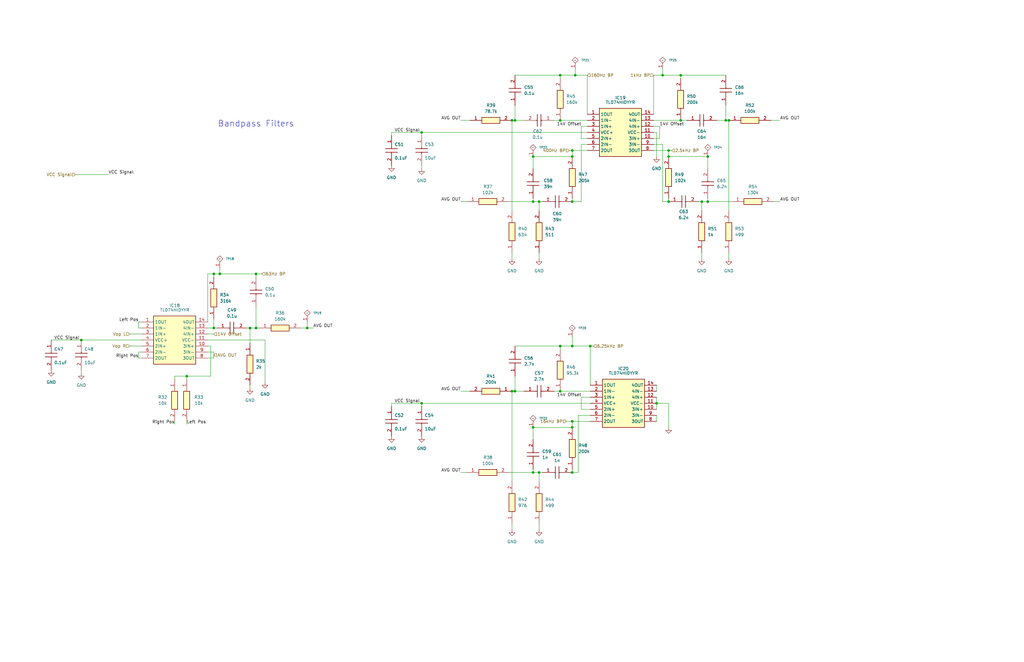
<source format=kicad_sch>
(kicad_sch (version 20231120) (generator "eeschema") (generator_version "8.0")
  (paper "B")
  (title_block (title "Audio System") (date "2025-02-06") (rev "P1") (company "Wolfe Engineering"))
  (junction (at 236.22 165.1))
  (junction (at 215.9 165.1))
  (junction (at 281.94 66.04))
  (junction (at 276.86 170.18))
  (junction (at 224.79 180.34))
  (junction (at 295.91 85.09))
  (junction (at 281.94 85.09))
  (junction (at 241.3 63.5))
  (junction (at 287.02 31.75))
  (junction (at 224.79 199.39))
  (junction (at 298.45 66.04))
  (junction (at 227.33 85.09))
  (junction (at 279.4 31.75))
  (junction (at 241.3 146.05))
  (junction (at 281.94 63.5))
  (junction (at 236.22 31.75))
  (junction (at 215.9 50.8))
  (junction (at 105.41 138.43))
  (junction (at 306.07 50.8))
  (junction (at 90.17 115.57))
  (junction (at 224.79 66.04))
  (junction (at 298.45 85.09))
  (junction (at 242.57 31.75))
  (junction (at 241.3 177.8))
  (junction (at 236.22 50.8))
  (junction (at 287.02 50.8))
  (junction (at 236.22 146.05))
  (junction (at 90.17 138.43))
  (junction (at 129.54 138.43))
  (junction (at 217.17 165.1))
  (junction (at 34.29 143.51))
  (junction (at 241.3 199.39))
  (junction (at 241.3 85.09))
  (junction (at 241.3 180.34))
  (junction (at 177.8 170.18))
  (junction (at 248.92 146.05))
  (junction (at 177.8 55.88))
  (junction (at 241.3 66.04))
  (junction (at 107.95 138.43))
  (junction (at 217.17 50.8))
  (junction (at 107.95 115.57))
  (junction (at 227.33 199.39))
  (junction (at 92.71 115.57))
  (junction (at 224.79 85.09))
  (junction (at 78.74 158.75))
  (junction (at 307.34 50.8))
  (wire (pts (xy 275.59 48.26) (xy 275.59 31.75)))
  (wire (pts (xy 129.54 138.43) (xy 132.08 138.43)))
  (wire (pts (xy 241.3 198.12) (xy 241.3 199.39)))
  (wire (pts (xy 73.66 160.02) (xy 73.66 158.75)))
  (wire (pts (xy 87.63 143.51) (xy 111.76 143.51)))
  (wire (pts (xy 328.93 50.8) (xy 325.12 50.8)))
  (wire (pts (xy 78.74 158.75) (xy 88.9 158.75)))
  (wire (pts (xy 233.68 165.1) (xy 236.22 165.1)))
  (wire (pts (xy 236.22 31.75) (xy 242.57 31.75)))
  (wire (pts (xy 78.74 177.8) (xy 78.74 179.07)))
  (wire (pts (xy 177.8 69.85) (xy 177.8 71.12)))
  (wire (pts (xy 58.42 135.89) (xy 59.69 135.89)))
  (wire (pts (xy 275.59 63.5) (xy 281.94 63.5)))
  (wire (pts (xy 278.13 58.42) (xy 278.13 53.34)))
  (wire (pts (xy 105.41 138.43) (xy 107.95 138.43)))
  (wire (pts (xy 275.59 58.42) (xy 278.13 58.42)))
  (wire (pts (xy 241.3 63.5) (xy 241.3 66.04)))
  (wire (pts (xy 217.17 146.05) (xy 236.22 146.05)))
  (wire (pts (xy 238.76 177.8) (xy 241.3 177.8)))
  (wire (pts (xy 34.29 156.21) (xy 34.29 157.48)))
  (wire (pts (xy 236.22 146.05) (xy 236.22 147.32)))
  (wire (pts (xy 227.33 85.09) (xy 228.6 85.09)))
  (wire (pts (xy 308.61 85.09) (xy 298.45 85.09)))
  (wire (pts (xy 224.79 83.82) (xy 224.79 85.09)))
  (wire (pts (xy 88.9 146.05) (xy 88.9 158.75)))
  (wire (pts (xy 177.8 55.88) (xy 165.1 55.88)))
  (wire (pts (xy 306.07 31.75) (xy 287.02 31.75)))
  (wire (pts (xy 177.8 171.45) (xy 177.8 170.18)))
  (wire (pts (xy 165.1 55.88) (xy 165.1 57.15)))
  (wire (pts (xy 240.03 63.5) (xy 241.3 63.5)))
  (wire (pts (xy 215.9 165.1) (xy 217.17 165.1)))
  (wire (pts (xy 88.9 146.05) (xy 87.63 146.05)))
  (wire (pts (xy 215.9 106.68) (xy 215.9 109.22)))
  (wire (pts (xy 241.3 83.82) (xy 241.3 85.09)))
  (wire (pts (xy 287.02 50.8) (xy 289.56 50.8)))
  (wire (pts (xy 247.65 63.5) (xy 241.3 63.5)))
  (wire (pts (xy 58.42 151.13) (xy 59.69 151.13)))
  (wire (pts (xy 227.33 220.98) (xy 227.33 223.52)))
  (wire (pts (xy 307.34 106.68) (xy 307.34 109.22)))
  (wire (pts (xy 107.95 115.57) (xy 110.49 115.57)))
  (wire (pts (xy 242.57 29.21) (xy 242.57 31.75)))
  (wire (pts (xy 276.86 170.18) (xy 281.94 170.18)))
  (wire (pts (xy 87.63 140.97) (xy 90.17 140.97)))
  (wire (pts (xy 241.3 146.05) (xy 248.92 146.05)))
  (wire (pts (xy 248.92 172.72) (xy 245.11 172.72)))
  (wire (pts (xy 215.9 50.8) (xy 215.9 88.9)))
  (wire (pts (xy 90.17 134.62) (xy 90.17 138.43)))
  (wire (pts (xy 73.66 158.75) (xy 78.74 158.75)))
  (wire (pts (xy 227.33 106.68) (xy 227.33 109.22)))
  (wire (pts (xy 177.8 57.15) (xy 177.8 55.88)))
  (wire (pts (xy 236.22 50.8) (xy 247.65 50.8)))
  (wire (pts (xy 245.11 53.34) (xy 247.65 53.34)))
  (wire (pts (xy 73.66 177.8) (xy 73.66 179.07)))
  (wire (pts (xy 177.8 170.18) (xy 165.1 170.18)))
  (wire (pts (xy 245.11 60.96) (xy 247.65 60.96)))
  (wire (pts (xy 59.69 146.05) (xy 54.61 146.05)))
  (wire (pts (xy 90.17 151.13) (xy 87.63 151.13)))
  (wire (pts (xy 278.13 53.34) (xy 275.59 53.34)))
  (wire (pts (xy 275.59 60.96) (xy 279.4 60.96)))
  (wire (pts (xy 177.8 170.18) (xy 248.92 170.18)))
  (wire (pts (xy 105.41 162.56) (xy 105.41 163.83)))
  (wire (pts (xy 215.9 220.98) (xy 215.9 223.52)))
  (wire (pts (xy 194.31 50.8) (xy 198.12 50.8)))
  (wire (pts (xy 279.4 85.09) (xy 281.94 85.09)))
  (wire (pts (xy 247.65 58.42) (xy 245.11 58.42)))
  (wire (pts (xy 217.17 31.75) (xy 236.22 31.75)))
  (wire (pts (xy 90.17 148.59) (xy 90.17 151.13)))
  (wire (pts (xy 306.07 50.8) (xy 302.26 50.8)))
  (wire (pts (xy 31.75 73.66) (xy 45.72 73.66)))
  (wire (pts (xy 276.86 55.88) (xy 275.59 55.88)))
  (wire (pts (xy 306.07 44.45) (xy 306.07 50.8)))
  (wire (pts (xy 217.17 165.1) (xy 220.98 165.1)))
  (wire (pts (xy 250.19 146.05) (xy 248.92 146.05)))
  (wire (pts (xy 227.33 85.09) (xy 227.33 88.9)))
  (wire (pts (xy 242.57 31.75) (xy 247.65 31.75)))
  (wire (pts (xy 243.84 175.26) (xy 243.84 199.39)))
  (wire (pts (xy 227.33 199.39) (xy 228.6 199.39)))
  (wire (pts (xy 34.29 143.51) (xy 59.69 143.51)))
  (wire (pts (xy 215.9 165.1) (xy 215.9 203.2)))
  (wire (pts (xy 87.63 115.57) (xy 90.17 115.57)))
  (wire (pts (xy 328.93 85.09) (xy 326.39 85.09)))
  (wire (pts (xy 287.02 31.75) (xy 279.4 31.75)))
  (wire (pts (xy 217.17 158.75) (xy 217.17 165.1)))
  (wire (pts (xy 245.11 85.09) (xy 241.3 85.09)))
  (wire (pts (xy 245.11 58.42) (xy 245.11 53.34)))
  (wire (pts (xy 59.69 148.59) (xy 58.42 148.59)))
  (wire (pts (xy 236.22 146.05) (xy 241.3 146.05)))
  (wire (pts (xy 276.86 162.56) (xy 276.86 165.1)))
  (wire (pts (xy 227.33 199.39) (xy 227.33 203.2)))
  (wire (pts (xy 247.65 48.26) (xy 247.65 31.75)))
  (wire (pts (xy 127 138.43) (xy 129.54 138.43)))
  (wire (pts (xy 92.71 115.57) (xy 107.95 115.57)))
  (wire (pts (xy 245.11 172.72) (xy 245.11 167.64)))
  (wire (pts (xy 78.74 158.75) (xy 78.74 160.02)))
  (wire (pts (xy 215.9 50.8) (xy 217.17 50.8)))
  (wire (pts (xy 90.17 115.57) (xy 90.17 116.84)))
  (wire (pts (xy 107.95 115.57) (xy 107.95 116.84)))
  (wire (pts (xy 275.59 50.8) (xy 287.02 50.8)))
  (wire (pts (xy 276.86 175.26) (xy 276.86 177.8)))
  (wire (pts (xy 105.41 138.43) (xy 105.41 144.78)))
  (wire (pts (xy 59.69 138.43) (xy 58.42 138.43)))
  (wire (pts (xy 214.63 199.39) (xy 224.79 199.39)))
  (wire (pts (xy 307.34 50.8) (xy 306.07 50.8)))
  (wire (pts (xy 90.17 138.43) (xy 91.44 138.43)))
  (wire (pts (xy 248.92 177.8) (xy 241.3 177.8)))
  (wire (pts (xy 233.68 50.8) (xy 236.22 50.8)))
  (wire (pts (xy 90.17 115.57) (xy 92.71 115.57)))
  (wire (pts (xy 236.22 165.1) (xy 248.92 165.1)))
  (wire (pts (xy 107.95 129.54) (xy 107.95 138.43)))
  (wire (pts (xy 177.8 55.88) (xy 247.65 55.88)))
  (wire (pts (xy 224.79 66.04) (xy 241.3 66.04)))
  (wire (pts (xy 54.61 140.97) (xy 59.69 140.97)))
  (wire (pts (xy 194.31 165.1) (xy 198.12 165.1)))
  (wire (pts (xy 58.42 138.43) (xy 58.42 135.89)))
  (wire (pts (xy 217.17 44.45) (xy 217.17 50.8)))
  (wire (pts (xy 224.79 180.34) (xy 241.3 180.34)))
  (wire (pts (xy 287.02 31.75) (xy 287.02 33.02)))
  (wire (pts (xy 281.94 180.34) (xy 281.94 170.18)))
  (wire (pts (xy 298.45 85.09) (xy 295.91 85.09)))
  (wire (pts (xy 87.63 148.59) (xy 90.17 148.59)))
  (wire (pts (xy 224.79 185.42) (xy 224.79 180.34)))
  (wire (pts (xy 248.92 146.05) (xy 248.92 162.56)))
  (wire (pts (xy 281.94 63.5) (xy 283.21 63.5)))
  (wire (pts (xy 295.91 85.09) (xy 294.64 85.09)))
  (wire (pts (xy 279.4 31.75) (xy 275.59 31.75)))
  (wire (pts (xy 276.86 170.18) (xy 276.86 172.72)))
  (wire (pts (xy 298.45 71.12) (xy 298.45 66.04)))
  (wire (pts (xy 276.86 167.64) (xy 276.86 170.18)))
  (wire (pts (xy 129.54 135.89) (xy 129.54 138.43)))
  (wire (pts (xy 165.1 170.18) (xy 165.1 171.45)))
  (wire (pts (xy 295.91 106.68) (xy 295.91 109.22)))
  (wire (pts (xy 241.3 142.24) (xy 241.3 146.05)))
  (wire (pts (xy 217.17 50.8) (xy 220.98 50.8)))
  (wire (pts (xy 298.45 66.04) (xy 281.94 66.04)))
  (wire (pts (xy 276.86 66.04) (xy 276.86 55.88)))
  (wire (pts (xy 279.4 60.96) (xy 279.4 85.09)))
  (wire (pts (xy 307.34 50.8) (xy 307.34 88.9)))
  (wire (pts (xy 104.14 138.43) (xy 105.41 138.43)))
  (wire (pts (xy 241.3 177.8) (xy 241.3 180.34)))
  (wire (pts (xy 194.31 199.39) (xy 196.85 199.39)))
  (wire (pts (xy 236.22 31.75) (xy 236.22 33.02)))
  (wire (pts (xy 87.63 115.57) (xy 87.63 135.89)))
  (wire (pts (xy 298.45 83.82) (xy 298.45 85.09)))
  (wire (pts (xy 194.31 85.09) (xy 196.85 85.09)))
  (wire (pts (xy 279.4 29.21) (xy 279.4 31.75)))
  (wire (pts (xy 224.79 198.12) (xy 224.79 199.39)))
  (wire (pts (xy 295.91 85.09) (xy 295.91 88.9)))
  (wire (pts (xy 58.42 148.59) (xy 58.42 151.13)))
  (wire (pts (xy 92.71 113.03) (xy 92.71 115.57)))
  (wire (pts (xy 245.11 167.64) (xy 248.92 167.64)))
  (wire (pts (xy 243.84 199.39) (xy 241.3 199.39)))
  (wire (pts (xy 87.63 138.43) (xy 90.17 138.43)))
  (wire (pts (xy 224.79 85.09) (xy 227.33 85.09)))
  (wire (pts (xy 107.95 138.43) (xy 109.22 138.43)))
  (wire (pts (xy 111.76 143.51) (xy 111.76 161.29)))
  (wire (pts (xy 245.11 60.96) (xy 245.11 85.09)))
  (wire (pts (xy 214.63 85.09) (xy 224.79 85.09)))
  (wire (pts (xy 224.79 71.12) (xy 224.79 66.04)))
  (wire (pts (xy 248.92 175.26) (xy 243.84 175.26)))
  (wire (pts (xy 21.59 143.51) (xy 34.29 143.51)))
  (wire (pts (xy 224.79 199.39) (xy 227.33 199.39)))
  (wire (pts (xy 281.94 83.82) (xy 281.94 85.09)))
  (wire (pts (xy 281.94 63.5) (xy 281.94 66.04)))
  (text "Bandpass Filters" (at 107.95 52.324 0) (effects (font (size 2.54 2.54))))
  (label "Right Pos" (at 58.42 151.13 180))
  (label "AVG OUT" (at 132.08 138.43 0))
  (label "VCC Signal" (at 166.37 170.18 0))
  (label "AVG OUT" (at 328.93 50.8 0))
  (label "14V Offset" (at 278.13 53.34 0))
  (label "AVG OUT" (at 328.93 85.09 0))
  (label "VCC Signal" (at 166.37 55.88 0))
  (label "AVG OUT" (at 194.31 50.8 180))
  (label "Right Pos" (at 73.66 179.07 180))
  (label "AVG OUT" (at 194.31 199.39 180))
  (label "AVG OUT" (at 194.31 85.09 180))
  (label "14V Offset" (at 245.11 167.64 180))
  (label "14V Offset" (at 245.11 53.34 180))
  (label "Left Pos" (at 78.74 179.07 0))
  (label "VCC Signal" (at 45.72 73.66 0))
  (label "Left Pos" (at 58.42 135.89 180))
  (label "VCC Signal" (at 22.86 143.51 0))
  (label "AVG OUT" (at 194.31 165.1 180))
  (hierarchical_label "AVG OUT" (shape input) (at 90.17 149.86 0))
  (hierarchical_label "2.5kHz BP" (shape input) (at 283.21 63.5 0))
  (hierarchical_label "14V Offset" (shape input) (at 90.17 140.97 0))
  (hierarchical_label "400Hz BP" (shape input) (at 240.03 63.5 180))
  (hierarchical_label "6.25kHz BP" (shape input) (at 250.19 146.05 0))
  (hierarchical_label "Vop L" (shape input) (at 54.61 140.97 180))
  (hierarchical_label "16kHz BP" (shape input) (at 238.76 177.8 180))
  (hierarchical_label "1kHz BP" (shape input) (at 275.59 31.75 180))
  (hierarchical_label "VCC Signal" (shape input) (at 31.75 73.66 180))
  (hierarchical_label "Vop R" (shape input) (at 54.61 146.05 180))
  (hierarchical_label "160Hz BP" (shape input) (at 247.65 31.75 0))
  (hierarchical_label "63Hz BP" (shape input) (at 110.49 115.57 0))
  (symbol (lib_id "power:GND") (at 276.86 66.04 0) (unit 1)
    (property "Reference" "#PWR0104" (effects (hide yes)))
    (property "Value" "GND" (at 276.86 71.12 0))
  )
  (symbol (lib_id "Audio System:TL074HIDYYR") (at 248.92 162.56 0) (unit 1)
    (property "Reference" "IC20" (at 262.89 155.575 0))
    (property "Value" "TL074HIDYYR" (at 262.89 157.48 0))
    (property "Footprint" "1 Audio Amp:SOP50P326X110-14N" (effects (hide yes)))
    (property "Datasheet" "https://www.ti.com/lit/ds/symlink/tl074.pdf?HQS=dis-mous-null-mousermode-dsf-pf-null-wwe&ts=1653289518838&ref_url=https%253A%252F%252Fwww.mouser.es%252F" (effects (hide yes)))
    (property "Height" "1.1" (effects (hide yes)))
    (property "Manufacturer_Name" "Texas Instruments" (effects (hide yes)))
    (property "Manufacturer_Part_Number" "TL074HIDYYR" (effects (hide yes)))
    (property "Mouser Part Number" "595-TL074HIDYYR" (effects (hide yes)))
    (property "Mouser Price/Stock" "https://www.mouser.co.uk/ProductDetail/Texas-Instruments/TL074HIDYYR?qs=Li%252BoUPsLEnudP2MOdP5hYw%3D%3D" (effects (hide yes)))
    (property "Arrow Part Number" "TL074HIDYYR" (effects (hide yes)))
    (property "Arrow Price/Stock" "https://www.arrow.com/en/products/tl074hidyyr/texas-instruments?region=nac" (effects (hide yes)))
  )
  (symbol (lib_id "Audio System:GRM31C5C1H104JA01L") (at 217.17 44.45 90) (unit 1)
    (property "Reference" "C55" (at 220.98 36.83 90) (effects (justify right)))
    (property "Value" "0.1u" (at 220.98 39.37 90) (effects (justify right)))
    (property "Footprint" "1 Audio Amp:CAPC3216X180N" (effects (hide yes)))
    (property "Datasheet" "http://www.murata.com/~/media/webrenewal/support/library/catalog/products/capacitor/mlcc/c02e.pdf" (effects (hide yes)))
    (property "Height" "1.8" (effects (hide yes)))
    (property "Manufacturer_Name" "Murata Electronics" (effects (hide yes)))
    (property "Manufacturer_Part_Number" "GRM31C5C1H104JA01L" (effects (hide yes)))
    (property "Mouser Part Number" "81-GRM31C5C1H104JA1L" (effects (hide yes)))
    (property "Mouser Price/Stock" "https://www.mouser.co.uk/ProductDetail/Murata-Electronics/GRM31C5C1H104JA01L?qs=IFOlSOmtRw2EgRC47bIONw%3D%3D" (effects (hide yes)))
    (property "Arrow Part Number" "GRM31C5C1H104JA01L" (effects (hide yes)))
    (property "Arrow Price/Stock" "https://www.arrow.com/en/products/grm31c5c1h104ja01l/murata-manufacturing?region=nac" (effects (hide yes)))
  )
  (symbol (lib_id "Audio System:RC0603FR-07499RL") (at 227.33 220.98 90) (unit 1)
    (property "Reference" "R44" (at 229.87 210.82 90) (effects (justify right)))
    (property "Value" "499" (at 229.87 213.36 90) (effects (justify right)))
    (property "Footprint" "1 Audio Amp:RESC1608X55N" (effects (hide yes)))
    (property "Datasheet" "http://www.yageo.com/documents/recent/PYu-RC0603_51_RoHS_L_v5.pdf" (effects (hide yes)))
    (property "Height" "0.55" (effects (hide yes)))
    (property "Manufacturer_Name" "KEMET" (effects (hide yes)))
    (property "Manufacturer_Part_Number" "RC0603FR-07499RL" (effects (hide yes)))
    (property "Mouser Part Number" "603-RC0603FR-07499RL" (effects (hide yes)))
    (property "Mouser Price/Stock" "https://www.mouser.co.uk/ProductDetail/YAGEO/RC0603FR-07499RL?qs=LKcSmNrnyY5DnGKoN1FFYQ%3D%3D" (effects (hide yes)))
    (property "Arrow Part Number" "RC0603FR-07499RL" (effects (hide yes)))
    (property "Arrow Price/Stock" "https://www.arrow.com/en/products/rc0603fr-07499rl/yageo?region=europe" (effects (hide yes)))
  )
  (symbol (lib_id "Audio System:GRM31C5C1H104JA01L") (at 107.95 129.54 90) (unit 1)
    (property "Reference" "C50" (at 111.76 121.92 90) (effects (justify right)))
    (property "Value" "0.1u" (at 111.76 124.46 90) (effects (justify right)))
    (property "Footprint" "1 Audio Amp:CAPC3216X180N" (effects (hide yes)))
    (property "Datasheet" "http://www.murata.com/~/media/webrenewal/support/library/catalog/products/capacitor/mlcc/c02e.pdf" (effects (hide yes)))
    (property "Height" "1.8" (effects (hide yes)))
    (property "Manufacturer_Name" "Murata Electronics" (effects (hide yes)))
    (property "Manufacturer_Part_Number" "GRM31C5C1H104JA01L" (effects (hide yes)))
    (property "Mouser Part Number" "81-GRM31C5C1H104JA1L" (effects (hide yes)))
    (property "Mouser Price/Stock" "https://www.mouser.co.uk/ProductDetail/Murata-Electronics/GRM31C5C1H104JA01L?qs=IFOlSOmtRw2EgRC47bIONw%3D%3D" (effects (hide yes)))
    (property "Arrow Part Number" "GRM31C5C1H104JA01L" (effects (hide yes)))
    (property "Arrow Price/Stock" "https://www.arrow.com/en/products/grm31c5c1h104ja01l/murata-manufacturing?region=nac" (effects (hide yes)))
  )
  (symbol (lib_id "Audio System:RC0603FR-07102KL") (at 281.94 83.82 90) (unit 1)
    (property "Reference" "R49" (at 284.48 73.66 90) (effects (justify right)))
    (property "Value" "102k" (at 284.48 76.2 90) (effects (justify right)))
    (property "Footprint" "1 Audio Amp:RESC1608X55N" (effects (hide yes)))
    (property "Datasheet" "http://www.yageo.com/documents/recent/PYu-RC0603_51_RoHS_L_v5.pdf" (effects (hide yes)))
    (property "Height" "0.55" (effects (hide yes)))
    (property "Manufacturer_Name" "KEMET" (effects (hide yes)))
    (property "Manufacturer_Part_Number" "RC0603FR-07102KL" (effects (hide yes)))
    (property "Mouser Part Number" "603-RC0603FR-07102KL" (effects (hide yes)))
    (property "Mouser Price/Stock" "https://www.mouser.co.uk/ProductDetail/Yageo/RC0603FR-07102KL?qs=fAXH3HJr0M2oEXLHAIlP7g%3D%3D" (effects (hide yes)))
    (property "Arrow Part Number" "RC0603FR-07102KL" (effects (hide yes)))
    (property "Arrow Price/Stock" "https://www.arrow.com/en/products/rc0603fr-07102kl/yageo" (effects (hide yes)))
  )
  (symbol (lib_id "Audio System:RC0603FR-07130KL") (at 308.61 85.09 0) (unit 1)
    (property "Reference" "R54" (at 317.5 78.74 0))
    (property "Value" "130k" (at 317.5 81.28 0))
    (property "Footprint" "1 Audio Amp:RESC1608X55N" (effects (hide yes)))
    (property "Datasheet" "http://www.yageo.com/documents/recent/PYu-RC0603_51_RoHS_L_v5.pdf" (effects (hide yes)))
    (property "Height" "0.55" (effects (hide yes)))
    (property "Manufacturer_Name" "KEMET" (effects (hide yes)))
    (property "Manufacturer_Part_Number" "RC0603FR-07130KL" (effects (hide yes)))
    (property "Mouser Part Number" "603-RC0603FR-07130KL" (effects (hide yes)))
    (property "Mouser Price/Stock" "https://www.mouser.com/Search/ProductDetail.aspx?qs=bK2T7AVO1ycLMsGMEjuXXw%3d%3d" (effects (hide yes)))
  )
  (symbol (lib_id "Audio System:GRM1885C1H272JA01D") (at 217.17 158.75 90) (unit 1)
    (property "Reference" "C56" (at 220.98 151.13 90) (effects (justify right)))
    (property "Value" "2.7n" (at 220.98 153.67 90) (effects (justify right)))
    (property "Footprint" "1 Audio Amp:CAPC1608X90N" (effects (hide yes)))
    (property "Datasheet" "https://psearch.en.murata.com/capacitor/product/GRM1885C1H272JA01%23.html" (effects (hide yes)))
    (property "Height" "0.9" (effects (hide yes)))
    (property "Manufacturer_Name" "Murata Electronics" (effects (hide yes)))
    (property "Manufacturer_Part_Number" "GRM1885C1H272JA01D" (effects (hide yes)))
    (property "Mouser Part Number" "81-GRM185C1H272JA01D" (effects (hide yes)))
    (property "Mouser Price/Stock" "https://www.mouser.co.uk/ProductDetail/Murata-Electronics/GRM1885C1H272JA01D?qs=%2FEhSLMV8HUQlL5ZggNQk6g%3D%3D" (effects (hide yes)))
    (property "Arrow Part Number" "GRM1885C1H272JA01D" (effects (hide yes)))
    (property "Arrow Price/Stock" "https://www.arrow.com/en/products/grm1885c1h272ja01d/murata-manufacturing" (effects (hide yes)))
  )
  (symbol (lib_name "GND_13") (lib_id "power:GND") (at 215.9 109.22 0) (unit 1)
    (property "Reference" "#PWR0100" (effects (hide yes)))
    (property "Value" "GND" (at 215.9 114.3 0))
  )
  (symbol (lib_id "Audio System:RC0603FR-07100KL") (at 196.85 199.39 0) (unit 1)
    (property "Reference" "R38" (at 205.74 193.04 0))
    (property "Value" "100k" (at 205.74 195.58 0))
    (property "Footprint" "1 Audio Amp:RESC1608X55N" (effects (hide yes)))
    (property "Datasheet" "https://www.yageo.com/upload/media/product/productsearch/datasheet/rchip/PYu-RC_Group_51_RoHS_L_12.pdf" (effects (hide yes)))
    (property "Height" "0.55" (effects (hide yes)))
    (property "Manufacturer_Name" "YAGEO" (effects (hide yes)))
    (property "Manufacturer_Part_Number" "RC0603FR-07100KL" (effects (hide yes)))
    (property "Mouser Part Number" "603-RC0603FR-07100KL" (effects (hide yes)))
    (property "Mouser Price/Stock" "https://www.mouser.co.uk/ProductDetail/YAGEO/RC0603FR-07100KL?qs=e1ok2LiJcmaihem8Va5%2Fsw%3D%3D" (effects (hide yes)))
    (property "Arrow Part Number" "RC0603FR-07100KL" (effects (hide yes)))
    (property "Arrow Price/Stock" "https://www.arrow.com/en/products/rc0603fr-07100kl/yageo?region=nac" (effects (hide yes)))
  )
  (symbol (lib_name "GND_9") (lib_id "power:GND") (at 295.91 109.22 0) (mirror y) (unit 1)
    (property "Reference" "#PWR0106" (effects (hide yes)))
    (property "Value" "GND" (at 295.91 114.3 0))
  )
  (symbol (lib_id "Audio System:C0603C104M5RACTU") (at 21.59 143.51 270) (unit 1)
    (property "Reference" "C47" (at 22.86 147.32 90) (effects (justify left)))
    (property "Value" "0.1uF" (at 22.86 153.035 90) (effects (justify left)))
    (property "Footprint" "1 Audio Amp:C0603" (effects (hide yes)))
    (property "Datasheet" "https://content.kemet.com/datasheets/KEM_C1002_X7R_SMD.pdf" (effects (hide yes)))
    (property "Height" "0.87" (effects (hide yes)))
    (property "Manufacturer_Name" "KEMET" (effects (hide yes)))
    (property "Manufacturer_Part_Number" "C0603C104M5RACTU" (effects (hide yes)))
    (property "Mouser Part Number" "80-C0603C104M5R" (effects (hide yes)))
    (property "Mouser Price/Stock" "https://www.mouser.co.uk/ProductDetail/KEMET/C0603C104M5RACTU?qs=YkRtRX%252BfoqJT%252B0m410IP4A%3D%3D" (effects (hide yes)))
    (property "Arrow Part Number" "C0603C104M5RACTU" (effects (hide yes)))
    (property "Arrow Price/Stock" "https://www.arrow.com/en/products/c0603c104m5ractu/kemet-corporation?utm_currency=USD&region=nac" (effects (hide yes)))
  )
  (symbol (lib_id "Audio System:RC0603FR-07976RL") (at 215.9 220.98 90) (unit 1)
    (property "Reference" "R42" (at 218.44 210.82 90) (effects (justify right)))
    (property "Value" "976" (at 218.44 213.36 90) (effects (justify right)))
    (property "Footprint" "1 Audio Amp:RESC1608X55N" (effects (hide yes)))
    (property "Datasheet" "http://www.yageo.com/documents/recent/PYu-RC0603_51_RoHS_L_v5.pdf" (effects (hide yes)))
    (property "Height" "0.55" (effects (hide yes)))
    (property "Manufacturer_Name" "KEMET" (effects (hide yes)))
    (property "Manufacturer_Part_Number" "RC0603FR-07976RL" (effects (hide yes)))
    (property "Mouser Part Number" "603-RC0603FR-07976RL" (effects (hide yes)))
    (property "Mouser Price/Stock" "https://www.mouser.co.uk/ProductDetail/YAGEO/RC0603FR-07976RL?qs=2cAdsCoAWRFH11EcDUWKRg%3D%3D" (effects (hide yes)))
    (property "Arrow Part Number" "RC0603FR-07976RL" (effects (hide yes)))
    (property "Arrow Price/Stock" "https://www.arrow.com/en/products/rc0603fr-07976rl/yageo" (effects (hide yes)))
  )
  (symbol (lib_id "Audio System:GRM31M5C1H393JA01L") (at 228.6 85.09 0) (unit 1)
    (property "Reference" "C60" (at 234.95 90.17 0))
    (property "Value" "39n" (at 234.95 92.71 0))
    (property "Footprint" "1 Audio Amp:GRM31x" (effects (hide yes)))
    (property "Datasheet" "https://search.murata.co.jp/Ceramy/image/img/A01X/G101/ENG/GRM31M5C1H393JA01-01A.pdf" (effects (hide yes)))
    (property "Height" "1.15" (effects (hide yes)))
    (property "Manufacturer_Name" "Murata Electronics" (effects (hide yes)))
    (property "Manufacturer_Part_Number" "GRM31M5C1H393JA01L" (effects (hide yes)))
    (property "Mouser Part Number" "81-GRM31M5C1H393JA1L" (effects (hide yes)))
    (property "Mouser Price/Stock" "https://www.mouser.co.uk/ProductDetail/Murata-Electronics/GRM31M5C1H393JA01L?qs=jBEfVVNFvw4%2FBt2SE87qkg%3D%3D" (effects (hide yes)))
    (property "Arrow Part Number" "GRM31M5C1H393JA01L" (effects (hide yes)))
    (property "Arrow Price/Stock" "https://www.arrow.com/en/products/grm31m5c1h393ja01l/murata-manufacturing?region=nac" (effects (hide yes)))
  )
  (symbol (lib_name "GND_14") (lib_id "power:GND") (at 105.41 163.83 0) (unit 1)
    (property "Reference" "#PWR094" (effects (hide yes)))
    (property "Value" "GND" (at 105.41 168.91 0))
  )
  (symbol (lib_name "GND_11") (lib_id "power:GND") (at 111.76 161.29 0) (unit 1)
    (property "Reference" "#PWR095" (effects (hide yes)))
    (property "Value" "GND" (at 111.76 166.37 0))
  )
  (symbol (lib_id "Audio System:GRM1885C1H622JA01D") (at 298.45 83.82 90) (unit 1)
    (property "Reference" "C65" (at 302.26 76.2 90) (effects (justify right)))
    (property "Value" "6.2n" (at 302.26 78.74 90) (effects (justify right)))
    (property "Footprint" "1 Audio Amp:GRM18x" (effects (hide yes)))
    (property "Datasheet" "https://search.murata.co.jp/Ceramy/image/img/A01X/G101/ENG/GRM1885C1H622JA01-01A.pdf" (effects (hide yes)))
    (property "Height" "0.8" (effects (hide yes)))
    (property "Manufacturer_Name" "Murata Electronics" (effects (hide yes)))
    (property "Manufacturer_Part_Number" "GRM1885C1H622JA01D" (effects (hide yes)))
    (property "Mouser Part Number" "81-GRM1885C1H622JA1D" (effects (hide yes)))
    (property "Mouser Price/Stock" "https://www.mouser.co.uk/ProductDetail/Murata-Electronics/GRM1885C1H622JA01D?qs=ui%252B2d9lVEI4Y0G7Sn0AB8w%3D%3D" (effects (hide yes)))
  )
  (symbol (lib_id "Audio System:RC0603FR-07316KL") (at 90.17 134.62 90) (unit 1)
    (property "Reference" "R34" (at 92.71 124.46 90) (effects (justify right)))
    (property "Value" "316k" (at 92.71 127 90) (effects (justify right)))
    (property "Footprint" "1 Audio Amp:RESC1608X55N" (effects (hide yes)))
    (property "Datasheet" "http://www.yageo.com/documents/recent/PYu-RC0603_51_RoHS_L_v5.pdf" (effects (hide yes)))
    (property "Height" "0.55" (effects (hide yes)))
    (property "Manufacturer_Name" "KEMET" (effects (hide yes)))
    (property "Manufacturer_Part_Number" "RC0603FR-07316KL" (effects (hide yes)))
    (property "Mouser Part Number" "603-RC0603FR-07316KL" (effects (hide yes)))
    (property "Mouser Price/Stock" "https://www.mouser.co.uk/ProductDetail/Yageo/RC0603FR-07316KL?qs=diQw95jMAePR7yj%2Fp%252BXkqg%3D%3D" (effects (hide yes)))
    (property "Arrow Part Number" "RC0603FR-07316KL" (effects (hide yes)))
    (property "Arrow Price/Stock" "https://www.arrow.com/en/products/rc0603fr-07316kl/yageo" (effects (hide yes)))
  )
  (symbol (lib_name "GND_10") (lib_id "power:GND") (at 307.34 109.22 0) (mirror y) (unit 1)
    (property "Reference" "#PWR0107" (effects (hide yes)))
    (property "Value" "GND" (at 307.34 114.3 0))
  )
  (symbol (lib_id "Audio System:TL074HIDYYR") (at 247.65 48.26 0) (unit 1)
    (property "Reference" "IC19" (at 261.62 41.275 0))
    (property "Value" "TL074HIDYYR" (at 261.62 43.18 0))
    (property "Footprint" "1 Audio Amp:SOP50P326X110-14N" (effects (hide yes)))
    (property "Datasheet" "https://www.ti.com/lit/ds/symlink/tl074.pdf?HQS=dis-mous-null-mousermode-dsf-pf-null-wwe&ts=1653289518838&ref_url=https%253A%252F%252Fwww.mouser.es%252F" (effects (hide yes)))
    (property "Height" "1.1" (effects (hide yes)))
    (property "Manufacturer_Name" "Texas Instruments" (effects (hide yes)))
    (property "Manufacturer_Part_Number" "TL074HIDYYR" (effects (hide yes)))
    (property "Mouser Part Number" "595-TL074HIDYYR" (effects (hide yes)))
    (property "Mouser Price/Stock" "https://www.mouser.co.uk/ProductDetail/Texas-Instruments/TL074HIDYYR?qs=Li%252BoUPsLEnudP2MOdP5hYw%3D%3D" (effects (hide yes)))
    (property "Arrow Part Number" "TL074HIDYYR" (effects (hide yes)))
    (property "Arrow Price/Stock" "https://www.arrow.com/en/products/tl074hidyyr/texas-instruments?region=nac" (effects (hide yes)))
  )
  (symbol (lib_id "Audio System:RC0603FR-07160KL") (at 109.22 138.43 0) (unit 1)
    (property "Reference" "R36" (at 118.11 132.08 0))
    (property "Value" "160k" (at 118.11 134.62 0))
    (property "Footprint" "1 Audio Amp:RESC1608X55N" (effects (hide yes)))
    (property "Datasheet" "http://www.yageo.com/documents/recent/PYu-RC0603_51_RoHS_L_v5.pdf" (effects (hide yes)))
    (property "Height" "0.55" (effects (hide yes)))
    (property "Manufacturer_Name" "KEMET" (effects (hide yes)))
    (property "Manufacturer_Part_Number" "RC0603FR-07160KL" (effects (hide yes)))
    (property "Mouser Part Number" "603-RC0603FR-07160KL" (effects (hide yes)))
    (property "Mouser Price/Stock" "https://www.mouser.co.uk/ProductDetail/Yageo/RC0603FR-07160KL?qs=IuGqVx9wL0LI50R5F3KcYw%3D%3D" (effects (hide yes)))
  )
  (symbol (lib_id "Audio System:RC0603FR-0795K3L") (at 236.22 165.1 90) (unit 1)
    (property "Reference" "R46" (at 238.76 154.94 90) (effects (justify right)))
    (property "Value" "95.3k" (at 238.76 157.48 90) (effects (justify right)))
    (property "Footprint" "1 Audio Amp:RESC1608X55N" (effects (hide yes)))
    (property "Datasheet" "https://www.yageo.com/upload/media/product/productsearch/datasheet/rchip/PYu-RC_Group_51_RoHS_L_12.pdf" (effects (hide yes)))
    (property "Height" "0.55" (effects (hide yes)))
    (property "Manufacturer_Name" "YAGEO" (effects (hide yes)))
    (property "Manufacturer_Part_Number" "RC0603FR-0795K3L" (effects (hide yes)))
    (property "Mouser Part Number" "603-RC0603FR-0795K3L" (effects (hide yes)))
    (property "Mouser Price/Stock" "https://www.mouser.co.uk/ProductDetail/YAGEO/RC0603FR-0795K3L?qs=2cAdsCoAWRG6I5c6inbrfQ%3D%3D" (effects (hide yes)))
  )
  (symbol (lib_id "Audio System:RC0603FR-07511RL") (at 227.33 106.68 90) (unit 1)
    (property "Reference" "R43" (at 229.87 96.52 90) (effects (justify right)))
    (property "Value" "511" (at 229.87 99.06 90) (effects (justify right)))
    (property "Footprint" "1 Audio Amp:RESC1608X55N" (effects (hide yes)))
    (property "Datasheet" "http://www.yageo.com/documents/recent/PYu-RC0603_51_RoHS_L_v5.pdf" (effects (hide yes)))
    (property "Height" "0.55" (effects (hide yes)))
    (property "Manufacturer_Name" "KEMET" (effects (hide yes)))
    (property "Manufacturer_Part_Number" "RC0603FR-07511RL" (effects (hide yes)))
    (property "Mouser Part Number" "603-RC0603FR-07511RL" (effects (hide yes)))
    (property "Mouser Price/Stock" "https://www.mouser.com/Search/Refine.aspx?Keyword=603-RC0603FR-07511RL" (effects (hide yes)))
  )
  (symbol (lib_id "Audio System:RC0603FR-07102KL") (at 196.85 85.09 0) (unit 1)
    (property "Reference" "R37" (at 205.74 78.74 0))
    (property "Value" "102k" (at 205.74 81.28 0))
    (property "Footprint" "1 Audio Amp:RESC1608X55N" (effects (hide yes)))
    (property "Datasheet" "http://www.yageo.com/documents/recent/PYu-RC0603_51_RoHS_L_v5.pdf" (effects (hide yes)))
    (property "Height" "0.55" (effects (hide yes)))
    (property "Manufacturer_Name" "KEMET" (effects (hide yes)))
    (property "Manufacturer_Part_Number" "RC0603FR-07102KL" (effects (hide yes)))
    (property "Mouser Part Number" "603-RC0603FR-07102KL" (effects (hide yes)))
    (property "Mouser Price/Stock" "https://www.mouser.co.uk/ProductDetail/Yageo/RC0603FR-07102KL?qs=fAXH3HJr0M2oEXLHAIlP7g%3D%3D" (effects (hide yes)))
    (property "Arrow Part Number" "RC0603FR-07102KL" (effects (hide yes)))
    (property "Arrow Price/Stock" "https://www.arrow.com/en/products/rc0603fr-07102kl/yageo" (effects (hide yes)))
  )
  (symbol (lib_name "GND_8") (lib_id "power:GND") (at 177.8 71.12 0) (unit 1)
    (property "Reference" "#PWR098" (effects (hide yes)))
    (property "Value" "GND" (at 177.8 76.2 0))
  )
  (symbol (lib_id "Audio System:RC0603FR-0778K7L") (at 198.12 50.8 0) (unit 1)
    (property "Reference" "R39" (at 207.01 44.45 0))
    (property "Value" "78.7k" (at 207.01 46.99 0))
    (property "Footprint" "1 Audio Amp:RESC1608X55N" (effects (hide yes)))
    (property "Datasheet" "http://www.yageo.com/documents/recent/PYu-RC0603_51_RoHS_L_v5.pdf" (effects (hide yes)))
    (property "Height" "0.55" (effects (hide yes)))
    (property "Manufacturer_Name" "KEMET" (effects (hide yes)))
    (property "Manufacturer_Part_Number" "RC0603FR-0778K7L" (effects (hide yes)))
    (property "Mouser Part Number" "603-RC0603FR-0778K7L" (effects (hide yes)))
    (property "Mouser Price/Stock" "https://www.mouser.com/Search/Refine.aspx?Keyword=603-RC0603FR-0778K7L" (effects (hide yes)))
    (property "Arrow Part Number" "RC0603FR-0778K7L" (effects (hide yes)))
    (property "Arrow Price/Stock" "https://www.arrow.com/en/products/rc0603fr-0778k7l/yageo" (effects (hide yes)))
  )
  (symbol (lib_id "Audio System:RC0603FR-07205KL") (at 241.3 83.82 90) (unit 1)
    (property "Reference" "R47" (at 243.84 73.66 90) (effects (justify right)))
    (property "Value" "205k" (at 243.84 76.2 90) (effects (justify right)))
    (property "Footprint" "1 Audio Amp:RESC1608X55N" (effects (hide yes)))
    (property "Datasheet" "http://www.yageo.com/documents/recent/PYu-RC0603_51_RoHS_L_v5.pdf" (effects (hide yes)))
    (property "Height" "0.55" (effects (hide yes)))
    (property "Manufacturer_Name" "KEMET" (effects (hide yes)))
    (property "Manufacturer_Part_Number" "RC0603FR-07205KL" (effects (hide yes)))
    (property "Mouser Part Number" "603-RC0603FR-07205KL" (effects (hide yes)))
    (property "Mouser Price/Stock" "https://www.mouser.com/Search/Refine.aspx?Keyword=603-RC0603FR-07205KL" (effects (hide yes)))
    (property "Arrow Part Number" "RC0603FR-07205KL" (effects (hide yes)))
    (property "Arrow Price/Stock" "https://www.arrow.com/en/products/rc0603fr-07205kl/yageo" (effects (hide yes)))
  )
  (symbol (lib_id "Audio System:GRM1885C1H622JA01D") (at 281.94 85.09 0) (unit 1)
    (property "Reference" "C63" (at 288.29 89.281 0))
    (property "Value" "6.2n" (at 288.29 91.821 0))
    (property "Footprint" "1 Audio Amp:GRM18x" (effects (hide yes)))
    (property "Datasheet" "https://search.murata.co.jp/Ceramy/image/img/A01X/G101/ENG/GRM1885C1H622JA01-01A.pdf" (effects (hide yes)))
    (property "Height" "0.8" (effects (hide yes)))
    (property "Manufacturer_Name" "Murata Electronics" (effects (hide yes)))
    (property "Manufacturer_Part_Number" "GRM1885C1H622JA01D" (effects (hide yes)))
    (property "Mouser Part Number" "81-GRM1885C1H622JA1D" (effects (hide yes)))
    (property "Mouser Price/Stock" "https://www.mouser.co.uk/ProductDetail/Murata-Electronics/GRM1885C1H622JA01D?qs=ui%252B2d9lVEI4Y0G7Sn0AB8w%3D%3D" (effects (hide yes)))
  )
  (symbol (lib_id "Audio System:C0603C104M5RACTU") (at 165.1 57.15 270) (unit 1)
    (property "Reference" "C51" (at 166.37 60.96 90) (effects (justify left)))
    (property "Value" "0.1uF" (at 166.37 66.675 90) (effects (justify left)))
    (property "Footprint" "1 Audio Amp:C0603" (effects (hide yes)))
    (property "Datasheet" "https://content.kemet.com/datasheets/KEM_C1002_X7R_SMD.pdf" (effects (hide yes)))
    (property "Height" "0.87" (effects (hide yes)))
    (property "Manufacturer_Name" "KEMET" (effects (hide yes)))
    (property "Manufacturer_Part_Number" "C0603C104M5RACTU" (effects (hide yes)))
    (property "Mouser Part Number" "80-C0603C104M5R" (effects (hide yes)))
    (property "Mouser Price/Stock" "https://www.mouser.co.uk/ProductDetail/KEMET/C0603C104M5RACTU?qs=YkRtRX%252BfoqJT%252B0m410IP4A%3D%3D" (effects (hide yes)))
    (property "Arrow Part Number" "C0603C104M5RACTU" (effects (hide yes)))
    (property "Arrow Price/Stock" "https://www.arrow.com/en/products/c0603c104m5ractu/kemet-corporation?utm_currency=USD&region=nac" (effects (hide yes)))
  )
  (symbol (lib_id "Audio System:GRM3195C1H163JA01D") (at 306.07 44.45 90) (unit 1)
    (property "Reference" "C66" (at 309.88 36.83 90) (effects (justify right)))
    (property "Value" "16n" (at 309.88 39.37 90) (effects (justify right)))
    (property "Footprint" "1 Audio Amp:GRM31x" (effects (hide yes)))
    (property "Datasheet" "https://search.murata.co.jp/Ceramy/image/img/A01X/G101/ENG/GRM3195C1H163JA01-01A.pdf" (effects (hide yes)))
    (property "Height" "1.15" (effects (hide yes)))
    (property "Manufacturer_Name" "Murata Electronics" (effects (hide yes)))
    (property "Manufacturer_Part_Number" "GRM3195C1H163JA01D" (effects (hide yes)))
    (property "Mouser Part Number" "81-GRM3195C1H163JA1D" (effects (hide yes)))
    (property "Mouser Price/Stock" "https://www.mouser.com/Search/Refine.aspx?Keyword=81-GRM3195C1H163JA1D" (effects (hide yes)))
    (property "Arrow Part Number" "GRM3195C1H163JA01D" (effects (hide yes)))
    (property "Arrow Price/Stock" "https://www.arrow.com/en/products/grm3195c1h163ja01d/murata-manufacturing" (effects (hide yes)))
  )
  (symbol (lib_id "Audio System:GRM21BR61H106KE43L") (at 177.8 171.45 270) (unit 1)
    (property "Reference" "C54" (at 179.07 175.26 90) (effects (justify left)))
    (property "Value" "10uF" (at 179.07 180.975 90) (effects (justify left)))
    (property "Footprint" "1 Audio Amp:GRM21x" (effects (hide yes)))
    (property "Datasheet" "https://search.murata.co.jp/Ceramy/image/img/A01X/G101/ENG/GRM21BR61H106KE43-01A.pdf" (effects (hide yes)))
    (property "Height" "1.25" (effects (hide yes)))
    (property "Manufacturer_Name" "Murata Electronics" (effects (hide yes)))
    (property "Manufacturer_Part_Number" "GRM21BR61H106KE43L" (effects (hide yes)))
    (property "Mouser Part Number" "81-GRM21BR61H106KE3L" (effects (hide yes)))
    (property "Mouser Price/Stock" "https://www.mouser.co.uk/ProductDetail/Murata-Electronics/GRM21BR61H106KE43L?qs=lYGu3FyN48cBZlIduWKclg%3D%3D" (effects (hide yes)))
    (property "Arrow Part Number" "GRM21BR61H106KE43L" (effects (hide yes)))
    (property "Arrow Price/Stock" "https://www.arrow.com/en/products/grm21br61h106ke43l/murata-manufacturing?region=nac" (effects (hide yes)))
  )
  (symbol (lib_name "GND_16") (lib_id "power:GND") (at 177.8 184.15 0) (unit 1)
    (property "Reference" "#PWR099" (effects (hide yes)))
    (property "Value" "GND" (at 177.8 189.23 0))
  )
  (symbol (lib_id "Audio System:TP") (at 224.79 62.23 0) (unit 1) (exclude_from_sim yes) (in_bom no)
    (property "Reference" "TP22" (at 227.33 62.2299 0) (effects (font (size 0.9 0.9)) (justify left)))
    (property "Value" "~" (at 224.79 62.23 0))
    (property "Footprint" "1 Audio Amp:TP" (effects (hide yes)))
  )
  (symbol (lib_id "Audio System:RC0603FR-07200KL") (at 241.3 198.12 90) (unit 1)
    (property "Reference" "R48" (at 243.84 187.96 90) (effects (justify right)))
    (property "Value" "200k" (at 243.84 190.5 90) (effects (justify right)))
    (property "Footprint" "1 Audio Amp:RESC1608X55N" (effects (hide yes)))
    (property "Datasheet" "http://www.yageo.com/documents/recent/PYu-RC0603_51_RoHS_L_v5.pdf" (effects (hide yes)))
    (property "Height" "0.55" (effects (hide yes)))
    (property "Manufacturer_Name" "KEMET" (effects (hide yes)))
    (property "Manufacturer_Part_Number" "RC0603FR-07200KL" (effects (hide yes)))
    (property "Mouser Part Number" "603-RC0603FR-07200KL" (effects (hide yes)))
    (property "Mouser Price/Stock" "https://www.mouser.co.uk/ProductDetail/Yageo/RC0603FR-07200KL/?qs=VU8sRB4EgwCnxDNVmDU8zQ%3D%3D" (effects (hide yes)))
    (property "Arrow Part Number" "RC0603FR-07200KL" (effects (hide yes)))
    (property "Arrow Price/Stock" "https://www.arrow.com/en/products/rc0603fr-07200kl/yageo" (effects (hide yes)))
  )
  (symbol (lib_name "GND_7") (lib_id "power:GND") (at 227.33 109.22 0) (unit 1)
    (property "Reference" "#PWR0102" (effects (hide yes)))
    (property "Value" "GND" (at 227.33 114.3 0))
  )
  (symbol (lib_id "Audio System:GRM1885C1H102JA01D") (at 224.79 198.12 90) (unit 1)
    (property "Reference" "C59" (at 228.6 190.5 90) (effects (justify right)))
    (property "Value" "1n" (at 228.6 193.04 90) (effects (justify right)))
    (property "Footprint" "1 Audio Amp:CAPC1608X90N" (effects (hide yes)))
    (property "Datasheet" "https://psearch.en.murata.com/capacitor/product/GRM1885C1H102JA01%23.html" (effects (hide yes)))
    (property "Height" "0.9" (effects (hide yes)))
    (property "Manufacturer_Name" "Murata Electronics" (effects (hide yes)))
    (property "Manufacturer_Part_Number" "GRM1885C1H102JA01D" (effects (hide yes)))
    (property "Mouser Part Number" "81-GRM39C102J50" (effects (hide yes)))
    (property "Mouser Price/Stock" "https://www.mouser.co.uk/ProductDetail/Murata-Electronics/GRM1885C1H102JA01D?qs=H3lwsW1hsDtu9zD8AnV%2FOA%3D%3D" (effects (hide yes)))
    (property "Arrow Part Number" "GRM1885C1H102JA01D" (effects (hide yes)))
    (property "Arrow Price/Stock" "https://www.arrow.com/en/products/grm1885c1h102ja01d/murata-manufacturing?region=nac" (effects (hide yes)))
  )
  (symbol (lib_id "Audio System:RC0603FR-07100KL") (at 307.34 50.8 0) (unit 1)
    (property "Reference" "R52" (at 316.23 44.45 0))
    (property "Value" "100k" (at 316.23 46.99 0))
    (property "Footprint" "1 Audio Amp:RESC1608X55N" (effects (hide yes)))
    (property "Datasheet" "https://www.yageo.com/upload/media/product/productsearch/datasheet/rchip/PYu-RC_Group_51_RoHS_L_12.pdf" (effects (hide yes)))
    (property "Height" "0.55" (effects (hide yes)))
    (property "Manufacturer_Name" "YAGEO" (effects (hide yes)))
    (property "Manufacturer_Part_Number" "RC0603FR-07100KL" (effects (hide yes)))
    (property "Mouser Part Number" "603-RC0603FR-07100KL" (effects (hide yes)))
    (property "Mouser Price/Stock" "https://www.mouser.co.uk/ProductDetail/YAGEO/RC0603FR-07100KL?qs=e1ok2LiJcmaihem8Va5%2Fsw%3D%3D" (effects (hide yes)))
    (property "Arrow Part Number" "RC0603FR-07100KL" (effects (hide yes)))
    (property "Arrow Price/Stock" "https://www.arrow.com/en/products/rc0603fr-07100kl/yageo?region=nac" (effects (hide yes)))
  )
  (symbol (lib_id "Audio System:RC0603FR-072KL") (at 105.41 144.78 270) (unit 1)
    (property "Reference" "R35" (at 107.95 152.4 90) (effects (justify left)))
    (property "Value" "2k" (at 107.95 154.94 90) (effects (justify left)))
    (property "Footprint" "1 Audio Amp:RESC1608X55N" (effects (hide yes)))
    (property "Datasheet" "https://componentsearchengine.com/Datasheets/2/RC0603FR-072KL.pdf" (effects (hide yes)))
    (property "Height" "0.55" (effects (hide yes)))
    (property "Manufacturer_Name" "YAGEO" (effects (hide yes)))
    (property "Manufacturer_Part_Number" "RC0603FR-072KL" (effects (hide yes)))
    (property "Mouser Part Number" "603-RC0603FR-072KL" (effects (hide yes)))
    (property "Mouser Price/Stock" "https://www.mouser.co.uk/ProductDetail/YAGEO/RC0603FR-072KL?qs=diQw95jMAePdEfSTIJQNsQ%3D%3D" (effects (hide yes)))
    (property "Arrow Part Number" "RC0603FR-072KL" (effects (hide yes)))
    (property "Arrow Price/Stock" "https://www.arrow.com/en/products/rc0603fr-072kl/yageo?region=nac" (effects (hide yes)))
  )
  (symbol (lib_name "GND_12") (lib_id "power:GND") (at 281.94 180.34 0) (unit 1)
    (property "Reference" "#PWR0105" (effects (hide yes)))
    (property "Value" "GND" (effects (hide yes)))
  )
  (symbol (lib_id "Audio System:TP") (at 92.71 109.22 0) (unit 1) (exclude_from_sim yes) (in_bom no)
    (property "Reference" "TP18" (at 95.25 109.2199 0) (effects (font (size 0.9 0.9)) (justify left)))
    (property "Value" "~" (at 92.71 109.22 0))
    (property "Footprint" "1 Audio Amp:TP" (effects (hide yes)))
  )
  (symbol (lib_name "GND_6") (lib_id "power:GND") (at 34.29 157.48 0) (unit 1)
    (property "Reference" "#PWR093" (effects (hide yes)))
    (property "Value" "GND" (at 34.29 162.56 0))
  )
  (symbol (lib_id "Audio System:RC0603FR-07200KL") (at 287.02 50.8 90) (unit 1)
    (property "Reference" "R50" (at 289.56 40.64 90) (effects (justify right)))
    (property "Value" "200k" (at 289.56 43.18 90) (effects (justify right)))
    (property "Footprint" "1 Audio Amp:RESC1608X55N" (effects (hide yes)))
    (property "Datasheet" "http://www.yageo.com/documents/recent/PYu-RC0603_51_RoHS_L_v5.pdf" (effects (hide yes)))
    (property "Height" "0.55" (effects (hide yes)))
    (property "Manufacturer_Name" "KEMET" (effects (hide yes)))
    (property "Manufacturer_Part_Number" "RC0603FR-07200KL" (effects (hide yes)))
    (property "Mouser Part Number" "603-RC0603FR-07200KL" (effects (hide yes)))
    (property "Mouser Price/Stock" "https://www.mouser.co.uk/ProductDetail/Yageo/RC0603FR-07200KL/?qs=VU8sRB4EgwCnxDNVmDU8zQ%3D%3D" (effects (hide yes)))
    (property "Arrow Part Number" "RC0603FR-07200KL" (effects (hide yes)))
    (property "Arrow Price/Stock" "https://www.arrow.com/en/products/rc0603fr-07200kl/yageo" (effects (hide yes)))
  )
  (symbol (lib_id "Audio System:RC0603FR-07634RL") (at 215.9 106.68 90) (unit 1)
    (property "Reference" "R40" (at 218.44 96.52 90) (effects (justify right)))
    (property "Value" "634" (at 218.44 99.06 90) (effects (justify right)))
    (property "Footprint" "1 Audio Amp:RESC1608X55N" (effects (hide yes)))
    (property "Datasheet" "http://www.yageo.com/documents/recent/PYu-RC0603_51_RoHS_L_v5.pdf" (effects (hide yes)))
    (property "Height" "0.55" (effects (hide yes)))
    (property "Manufacturer_Name" "KEMET" (effects (hide yes)))
    (property "Manufacturer_Part_Number" "RC0603FR-07634RL" (effects (hide yes)))
    (property "Mouser Part Number" "603-RC0603FR-07634RL" (effects (hide yes)))
    (property "Mouser Price/Stock" "https://www.mouser.co.uk/ProductDetail/Yageo/RC0603FR-07634RL?qs=2cAdsCoAWREDy1cQlSQJXA%3D%3D" (effects (hide yes)))
  )
  (symbol (lib_id "Audio System:TP") (at 241.3 138.43 0) (unit 1) (exclude_from_sim yes) (in_bom no)
    (property "Reference" "TP20" (at 243.84 138.4299 0) (effects (font (size 0.9 0.9)) (justify left)))
    (property "Value" "~" (at 241.3 138.43 0))
    (property "Footprint" "1 Audio Amp:TP" (effects (hide yes)))
  )
  (symbol (lib_id "Audio System:TP") (at 242.57 25.4 0) (unit 1) (exclude_from_sim yes) (in_bom no)
    (property "Reference" "TP21" (at 245.11 25.3999 0) (effects (font (size 0.9 0.9)) (justify left)))
    (property "Value" "~" (at 242.57 25.4 0))
    (property "Footprint" "1 Audio Amp:TP" (effects (hide yes)))
  )
  (symbol (lib_id "Audio System:ERA-3AEB103V") (at 78.74 160.02 270) (unit 1)
    (property "Reference" "R33" (at 83.82 167.64 90))
    (property "Value" "10k" (at 83.82 170.18 90))
    (property "Footprint" "1 Audio Amp:ERA3AEB101V" (effects (hide yes)))
    (property "Datasheet" "https://industrial.panasonic.com/cdbs/www-data/pdf/RDM0000/AOA0000C307.pdf" (effects (hide yes)))
    (property "Height" "0.55" (effects (hide yes)))
    (property "Manufacturer_Name" "Panasonic" (effects (hide yes)))
    (property "Manufacturer_Part_Number" "ERA-3AEB103V" (effects (hide yes)))
    (property "Mouser Part Number" "667-ERA-3AEB103V" (effects (hide yes)))
    (property "Mouser Price/Stock" "https://www.mouser.co.uk/ProductDetail/Panasonic/ERA-3AEB103V?qs=1VWA5LkbEaprA2zo9bMIGA%3D%3D" (effects (hide yes)))
    (property "Arrow Part Number" "ERA-3AEB103V" (effects (hide yes)))
    (property "Arrow Price/Stock" "https://www.arrow.com/en/products/era-3aeb103v/panasonic?utm_currency=USD&region=europe" (effects (hide yes)))
  )
  (symbol (lib_name "GND_15") (lib_id "power:GND") (at 165.1 69.85 0) (unit 1)
    (property "Reference" "#PWR096" (effects (hide yes)))
    (property "Value" "GND" (at 165.1 74.93 0))
  )
  (symbol (lib_id "Audio System:TP") (at 129.54 132.08 0) (unit 1) (exclude_from_sim yes) (in_bom no)
    (property "Reference" "TP19" (at 132.08 132.0799 0) (effects (font (size 0.9 0.9)) (justify left)))
    (property "Value" "~" (at 129.54 132.08 0))
    (property "Footprint" "1 Audio Amp:TP" (effects (hide yes)))
  )
  (symbol (lib_name "GND_5") (lib_id "power:GND") (at 165.1 184.15 0) (unit 1)
    (property "Reference" "#PWR097" (effects (hide yes)))
    (property "Value" "GND" (at 165.1 189.23 0))
  )
  (symbol (lib_id "Audio System:TP") (at 298.45 62.23 0) (unit 1) (exclude_from_sim yes) (in_bom no)
    (property "Reference" "TP24" (at 300.99 62.2299 0) (effects (font (size 0.9 0.9)) (justify left)))
    (property "Value" "~" (at 298.45 62.23 0))
    (property "Footprint" "1 Audio Amp:TP" (effects (hide yes)))
  )
  (symbol (lib_name "GND_4") (lib_id "power:GND") (at 215.9 223.52 0) (unit 1)
    (property "Reference" "#PWR0101" (effects (hide yes)))
    (property "Value" "GND" (at 215.9 228.6 0))
  )
  (symbol (lib_id "Audio System:GRM3195C1H163JA01D") (at 289.56 50.8 0) (unit 1)
    (property "Reference" "C64" (at 295.91 55.372 0))
    (property "Value" "16n" (at 295.91 57.912 0))
    (property "Footprint" "1 Audio Amp:GRM31x" (effects (hide yes)))
    (property "Datasheet" "https://search.murata.co.jp/Ceramy/image/img/A01X/G101/ENG/GRM3195C1H163JA01-01A.pdf" (effects (hide yes)))
    (property "Height" "1.15" (effects (hide yes)))
    (property "Manufacturer_Name" "Murata Electronics" (effects (hide yes)))
    (property "Manufacturer_Part_Number" "GRM3195C1H163JA01D" (effects (hide yes)))
    (property "Mouser Part Number" "81-GRM3195C1H163JA1D" (effects (hide yes)))
    (property "Mouser Price/Stock" "https://www.mouser.com/Search/Refine.aspx?Keyword=81-GRM3195C1H163JA1D" (effects (hide yes)))
    (property "Arrow Part Number" "GRM3195C1H163JA01D" (effects (hide yes)))
    (property "Arrow Price/Stock" "https://www.arrow.com/en/products/grm3195c1h163ja01d/murata-manufacturing" (effects (hide yes)))
  )
  (symbol (lib_id "Audio System:TP") (at 224.79 176.53 0) (unit 1) (exclude_from_sim yes) (in_bom no)
    (property "Reference" "TP23" (at 227.33 176.5299 0) (effects (font (size 0.9 0.9)) (justify left)))
    (property "Value" "~" (at 224.79 176.53 0))
    (property "Footprint" "1 Audio Amp:TP" (effects (hide yes)))
  )
  (symbol (lib_id "Audio System:C0603C104M5RACTU") (at 165.1 171.45 270) (unit 1)
    (property "Reference" "C52" (at 166.37 175.26 90) (effects (justify left)))
    (property "Value" "0.1uF" (at 166.37 180.975 90) (effects (justify left)))
    (property "Footprint" "1 Audio Amp:C0603" (effects (hide yes)))
    (property "Datasheet" "https://content.kemet.com/datasheets/KEM_C1002_X7R_SMD.pdf" (effects (hide yes)))
    (property "Height" "0.87" (effects (hide yes)))
    (property "Manufacturer_Name" "KEMET" (effects (hide yes)))
    (property "Manufacturer_Part_Number" "C0603C104M5RACTU" (effects (hide yes)))
    (property "Mouser Part Number" "80-C0603C104M5R" (effects (hide yes)))
    (property "Mouser Price/Stock" "https://www.mouser.co.uk/ProductDetail/KEMET/C0603C104M5RACTU?qs=YkRtRX%252BfoqJT%252B0m410IP4A%3D%3D" (effects (hide yes)))
    (property "Arrow Part Number" "C0603C104M5RACTU" (effects (hide yes)))
    (property "Arrow Price/Stock" "https://www.arrow.com/en/products/c0603c104m5ractu/kemet-corporation?utm_currency=USD&region=nac" (effects (hide yes)))
  )
  (symbol (lib_id "Audio System:ERA-3AEB103V") (at 73.66 160.02 270) (unit 1)
    (property "Reference" "R32" (at 68.58 167.64 90))
    (property "Value" "10k" (at 68.58 170.18 90))
    (property "Footprint" "1 Audio Amp:ERA3AEB101V" (effects (hide yes)))
    (property "Datasheet" "https://industrial.panasonic.com/cdbs/www-data/pdf/RDM0000/AOA0000C307.pdf" (effects (hide yes)))
    (property "Height" "0.55" (effects (hide yes)))
    (property "Manufacturer_Name" "Panasonic" (effects (hide yes)))
    (property "Manufacturer_Part_Number" "ERA-3AEB103V" (effects (hide yes)))
    (property "Mouser Part Number" "667-ERA-3AEB103V" (effects (hide yes)))
    (property "Mouser Price/Stock" "https://www.mouser.co.uk/ProductDetail/Panasonic/ERA-3AEB103V?qs=1VWA5LkbEaprA2zo9bMIGA%3D%3D" (effects (hide yes)))
    (property "Arrow Part Number" "ERA-3AEB103V" (effects (hide yes)))
    (property "Arrow Price/Stock" "https://www.arrow.com/en/products/era-3aeb103v/panasonic?utm_currency=USD&region=europe" (effects (hide yes)))
  )
  (symbol (lib_id "Audio System:GRM21BR61H106KE43L") (at 34.29 143.51 270) (unit 1)
    (property "Reference" "C48" (at 35.56 147.32 90) (effects (justify left)))
    (property "Value" "10uF" (at 35.56 153.035 90) (effects (justify left)))
    (property "Footprint" "1 Audio Amp:GRM21x" (effects (hide yes)))
    (property "Datasheet" "https://search.murata.co.jp/Ceramy/image/img/A01X/G101/ENG/GRM21BR61H106KE43-01A.pdf" (effects (hide yes)))
    (property "Height" "1.25" (effects (hide yes)))
    (property "Manufacturer_Name" "Murata Electronics" (effects (hide yes)))
    (property "Manufacturer_Part_Number" "GRM21BR61H106KE43L" (effects (hide yes)))
    (property "Mouser Part Number" "81-GRM21BR61H106KE3L" (effects (hide yes)))
    (property "Mouser Price/Stock" "https://www.mouser.co.uk/ProductDetail/Murata-Electronics/GRM21BR61H106KE43L?qs=lYGu3FyN48cBZlIduWKclg%3D%3D" (effects (hide yes)))
    (property "Arrow Part Number" "GRM21BR61H106KE43L" (effects (hide yes)))
    (property "Arrow Price/Stock" "https://www.arrow.com/en/products/grm21br61h106ke43l/murata-manufacturing?region=nac" (effects (hide yes)))
  )
  (symbol (lib_id "Audio System:TL074HIDYYR") (at 59.69 135.89 0) (unit 1)
    (property "Reference" "IC18" (at 73.66 128.905 0))
    (property "Value" "TL074HIDYYR" (at 73.66 130.81 0))
    (property "Footprint" "1 Audio Amp:SOP50P326X110-14N" (effects (hide yes)))
    (property "Datasheet" "https://www.ti.com/lit/ds/symlink/tl074.pdf?HQS=dis-mous-null-mousermode-dsf-pf-null-wwe&ts=1653289518838&ref_url=https%253A%252F%252Fwww.mouser.es%252F" (effects (hide yes)))
    (property "Height" "1.1" (effects (hide yes)))
    (property "Manufacturer_Name" "Texas Instruments" (effects (hide yes)))
    (property "Manufacturer_Part_Number" "TL074HIDYYR" (effects (hide yes)))
    (property "Mouser Part Number" "595-TL074HIDYYR" (effects (hide yes)))
    (property "Mouser Price/Stock" "https://www.mouser.co.uk/ProductDetail/Texas-Instruments/TL074HIDYYR?qs=Li%252BoUPsLEnudP2MOdP5hYw%3D%3D" (effects (hide yes)))
    (property "Arrow Part Number" "TL074HIDYYR" (effects (hide yes)))
    (property "Arrow Price/Stock" "https://www.arrow.com/en/products/tl074hidyyr/texas-instruments?region=nac" (effects (hide yes)))
  )
  (symbol (lib_id "Audio System:GRM31C5C1H104JA01L") (at 233.68 50.8 180) (unit 1)
    (property "Reference" "C62" (at 226.695 55.372 0))
    (property "Value" "0.1u" (at 226.695 57.912 0))
    (property "Footprint" "1 Audio Amp:CAPC3216X180N" (effects (hide yes)))
    (property "Datasheet" "http://www.murata.com/~/media/webrenewal/support/library/catalog/products/capacitor/mlcc/c02e.pdf" (effects (hide yes)))
    (property "Height" "1.8" (effects (hide yes)))
    (property "Manufacturer_Name" "Murata Electronics" (effects (hide yes)))
    (property "Manufacturer_Part_Number" "GRM31C5C1H104JA01L" (effects (hide yes)))
    (property "Mouser Part Number" "81-GRM31C5C1H104JA1L" (effects (hide yes)))
    (property "Mouser Price/Stock" "https://www.mouser.co.uk/ProductDetail/Murata-Electronics/GRM31C5C1H104JA01L?qs=IFOlSOmtRw2EgRC47bIONw%3D%3D" (effects (hide yes)))
    (property "Arrow Part Number" "GRM31C5C1H104JA01L" (effects (hide yes)))
    (property "Arrow Price/Stock" "https://www.arrow.com/en/products/grm31c5c1h104ja01l/murata-manufacturing?region=nac" (effects (hide yes)))
  )
  (symbol (lib_id "Audio System:TP") (at 279.4 25.4 0) (unit 1) (exclude_from_sim yes) (in_bom no)
    (property "Reference" "TP25" (at 281.94 25.3999 0) (effects (font (size 0.9 0.9)) (justify left)))
    (property "Value" "~" (at 279.4 25.4 0))
    (property "Footprint" "1 Audio Amp:TP" (effects (hide yes)))
  )
  (symbol (lib_name "GND_1") (lib_id "power:GND") (at 227.33 223.52 0) (unit 1)
    (property "Reference" "#PWR0103" (effects (hide yes)))
    (property "Value" "GND" (at 227.33 228.6 0))
  )
  (symbol (lib_id "Audio System:GRM31M5C1H393JA01L") (at 224.79 83.82 90) (unit 1)
    (property "Reference" "C58" (at 231.14 76.2 90))
    (property "Value" "39n" (at 231.14 78.74 90))
    (property "Footprint" "1 Audio Amp:GRM31x" (effects (hide yes)))
    (property "Datasheet" "https://search.murata.co.jp/Ceramy/image/img/A01X/G101/ENG/GRM31M5C1H393JA01-01A.pdf" (effects (hide yes)))
    (property "Height" "1.15" (effects (hide yes)))
    (property "Manufacturer_Name" "Murata Electronics" (effects (hide yes)))
    (property "Manufacturer_Part_Number" "GRM31M5C1H393JA01L" (effects (hide yes)))
    (property "Mouser Part Number" "81-GRM31M5C1H393JA1L" (effects (hide yes)))
    (property "Mouser Price/Stock" "https://www.mouser.co.uk/ProductDetail/Murata-Electronics/GRM31M5C1H393JA01L?qs=jBEfVVNFvw4%2FBt2SE87qkg%3D%3D" (effects (hide yes)))
    (property "Arrow Part Number" "GRM31M5C1H393JA01L" (effects (hide yes)))
    (property "Arrow Price/Stock" "https://www.arrow.com/en/products/grm31m5c1h393ja01l/murata-manufacturing?region=nac" (effects (hide yes)))
  )
  (symbol (lib_id "Audio System:GRM21BR61H106KE43L") (at 177.8 57.15 270) (unit 1)
    (property "Reference" "C53" (at 179.07 60.96 90) (effects (justify left)))
    (property "Value" "10uF" (at 179.07 66.675 90) (effects (justify left)))
    (property "Footprint" "1 Audio Amp:GRM21x" (effects (hide yes)))
    (property "Datasheet" "https://search.murata.co.jp/Ceramy/image/img/A01X/G101/ENG/GRM21BR61H106KE43-01A.pdf" (effects (hide yes)))
    (property "Height" "1.25" (effects (hide yes)))
    (property "Manufacturer_Name" "Murata Electronics" (effects (hide yes)))
    (property "Manufacturer_Part_Number" "GRM21BR61H106KE43L" (effects (hide yes)))
    (property "Mouser Part Number" "81-GRM21BR61H106KE3L" (effects (hide yes)))
    (property "Mouser Price/Stock" "https://www.mouser.co.uk/ProductDetail/Murata-Electronics/GRM21BR61H106KE43L?qs=lYGu3FyN48cBZlIduWKclg%3D%3D" (effects (hide yes)))
    (property "Arrow Part Number" "GRM21BR61H106KE43L" (effects (hide yes)))
    (property "Arrow Price/Stock" "https://www.arrow.com/en/products/grm21br61h106ke43l/murata-manufacturing?region=nac" (effects (hide yes)))
  )
  (symbol (lib_id "Audio System:GRM1885C1H102JA01D") (at 228.6 199.39 0) (unit 1)
    (property "Reference" "C61" (at 234.95 191.77 0))
    (property "Value" "1n" (at 234.95 194.31 0))
    (property "Footprint" "1 Audio Amp:CAPC1608X90N" (effects (hide yes)))
    (property "Datasheet" "https://psearch.en.murata.com/capacitor/product/GRM1885C1H102JA01%23.html" (effects (hide yes)))
    (property "Height" "0.9" (effects (hide yes)))
    (property "Manufacturer_Name" "Murata Electronics" (effects (hide yes)))
    (property "Manufacturer_Part_Number" "GRM1885C1H102JA01D" (effects (hide yes)))
    (property "Mouser Part Number" "81-GRM39C102J50" (effects (hide yes)))
    (property "Mouser Price/Stock" "https://www.mouser.co.uk/ProductDetail/Murata-Electronics/GRM1885C1H102JA01D?qs=H3lwsW1hsDtu9zD8AnV%2FOA%3D%3D" (effects (hide yes)))
    (property "Arrow Part Number" "GRM1885C1H102JA01D" (effects (hide yes)))
    (property "Arrow Price/Stock" "https://www.arrow.com/en/products/grm1885c1h102ja01d/murata-manufacturing?region=nac" (effects (hide yes)))
  )
  (symbol (lib_id "Audio System:RC0603FR-07499RL") (at 307.34 106.68 90) (unit 1)
    (property "Reference" "R53" (at 309.88 96.52 90) (effects (justify right)))
    (property "Value" "499" (at 309.88 99.06 90) (effects (justify right)))
    (property "Footprint" "1 Audio Amp:RESC1608X55N" (effects (hide yes)))
    (property "Datasheet" "http://www.yageo.com/documents/recent/PYu-RC0603_51_RoHS_L_v5.pdf" (effects (hide yes)))
    (property "Height" "0.55" (effects (hide yes)))
    (property "Manufacturer_Name" "KEMET" (effects (hide yes)))
    (property "Manufacturer_Part_Number" "RC0603FR-07499RL" (effects (hide yes)))
    (property "Mouser Part Number" "603-RC0603FR-07499RL" (effects (hide yes)))
    (property "Mouser Price/Stock" "https://www.mouser.co.uk/ProductDetail/YAGEO/RC0603FR-07499RL?qs=LKcSmNrnyY5DnGKoN1FFYQ%3D%3D" (effects (hide yes)))
    (property "Arrow Part Number" "RC0603FR-07499RL" (effects (hide yes)))
    (property "Arrow Price/Stock" "https://www.arrow.com/en/products/rc0603fr-07499rl/yageo?region=europe" (effects (hide yes)))
  )
  (symbol (lib_id "Audio System:RC0603FR-07160KL") (at 236.22 50.8 90) (unit 1)
    (property "Reference" "R45" (at 238.76 40.64 90) (effects (justify right)))
    (property "Value" "160k" (at 238.76 43.18 90) (effects (justify right)))
    (property "Footprint" "1 Audio Amp:RESC1608X55N" (effects (hide yes)))
    (property "Datasheet" "http://www.yageo.com/documents/recent/PYu-RC0603_51_RoHS_L_v5.pdf" (effects (hide yes)))
    (property "Height" "0.55" (effects (hide yes)))
    (property "Manufacturer_Name" "KEMET" (effects (hide yes)))
    (property "Manufacturer_Part_Number" "RC0603FR-07160KL" (effects (hide yes)))
    (property "Mouser Part Number" "603-RC0603FR-07160KL" (effects (hide yes)))
    (property "Mouser Price/Stock" "https://www.mouser.co.uk/ProductDetail/Yageo/RC0603FR-07160KL?qs=IuGqVx9wL0LI50R5F3KcYw%3D%3D" (effects (hide yes)))
  )
  (symbol (lib_id "Audio System:RC0603FR-07200KL") (at 215.9 165.1 180) (unit 1)
    (property "Reference" "R41" (at 207.01 158.75 0))
    (property "Value" "200k" (at 207.01 161.29 0))
    (property "Footprint" "1 Audio Amp:RESC1608X55N" (effects (hide yes)))
    (property "Datasheet" "http://www.yageo.com/documents/recent/PYu-RC0603_51_RoHS_L_v5.pdf" (effects (hide yes)))
    (property "Height" "0.55" (effects (hide yes)))
    (property "Manufacturer_Name" "KEMET" (effects (hide yes)))
    (property "Manufacturer_Part_Number" "RC0603FR-07200KL" (effects (hide yes)))
    (property "Mouser Part Number" "603-RC0603FR-07200KL" (effects (hide yes)))
    (property "Mouser Price/Stock" "https://www.mouser.co.uk/ProductDetail/Yageo/RC0603FR-07200KL/?qs=VU8sRB4EgwCnxDNVmDU8zQ%3D%3D" (effects (hide yes)))
    (property "Arrow Part Number" "RC0603FR-07200KL" (effects (hide yes)))
    (property "Arrow Price/Stock" "https://www.arrow.com/en/products/rc0603fr-07200kl/yageo" (effects (hide yes)))
  )
  (symbol (lib_id "Audio System:RC0603FR-071KL") (at 295.91 106.68 90) (unit 1)
    (property "Reference" "R51" (at 298.45 96.52 90) (effects (justify right)))
    (property "Value" "1k" (at 298.45 99.06 90) (effects (justify right)))
    (property "Footprint" "1 Audio Amp:RESC1608X55N" (effects (hide yes)))
    (property "Datasheet" "https://www.yageo.com/upload/media/product/productsearch/datasheet/rchip/PYu-RC_Group_51_RoHS_L_12.pdf" (effects (hide yes)))
    (property "Height" "0.55" (effects (hide yes)))
    (property "Manufacturer_Name" "YAGEO" (effects (hide yes)))
    (property "Manufacturer_Part_Number" "RC0603FR-071KL" (effects (hide yes)))
    (property "Mouser Part Number" "603-RC0603FR-071KL" (effects (hide yes)))
    (property "Mouser Price/Stock" "https://www.mouser.co.uk/ProductDetail/YAGEO/RC0603FR-071KL?qs=VU8sRB4EgwApHsk4rF%2F3zg%3D%3D" (effects (hide yes)))
    (property "Arrow Part Number" "RC0603FR-071KL" (effects (hide yes)))
    (property "Arrow Price/Stock" "https://www.arrow.com/en/products/rc0603fr-071kl/yageo?region=europe" (effects (hide yes)))
  )
  (symbol (lib_id "Audio System:GRM1885C1H272JA01D") (at 220.98 165.1 0) (unit 1)
    (property "Reference" "C57" (at 227.33 157.48 0))
    (property "Value" "2.7n" (at 227.33 160.02 0))
    (property "Footprint" "1 Audio Amp:CAPC1608X90N" (effects (hide yes)))
    (property "Datasheet" "https://psearch.en.murata.com/capacitor/product/GRM1885C1H272JA01%23.html" (effects (hide yes)))
    (property "Height" "0.9" (effects (hide yes)))
    (property "Manufacturer_Name" "Murata Electronics" (effects (hide yes)))
    (property "Manufacturer_Part_Number" "GRM1885C1H272JA01D" (effects (hide yes)))
    (property "Mouser Part Number" "81-GRM185C1H272JA01D" (effects (hide yes)))
    (property "Mouser Price/Stock" "https://www.mouser.co.uk/ProductDetail/Murata-Electronics/GRM1885C1H272JA01D?qs=%2FEhSLMV8HUQlL5ZggNQk6g%3D%3D" (effects (hide yes)))
    (property "Arrow Part Number" "GRM1885C1H272JA01D" (effects (hide yes)))
    (property "Arrow Price/Stock" "https://www.arrow.com/en/products/grm1885c1h272ja01d/murata-manufacturing" (effects (hide yes)))
  )
  (symbol (lib_name "GND_3") (lib_id "power:GND") (at 21.59 156.21 0) (unit 1)
    (property "Reference" "#PWR092" (effects (hide yes)))
    (property "Value" "GND" (at 21.59 161.29 0))
  )
  (symbol (lib_id "Audio System:GRM31C5C1H104JA01L") (at 91.44 138.43 0) (unit 1)
    (property "Reference" "C49" (at 97.79 130.81 0))
    (property "Value" "0.1u" (at 97.79 133.35 0))
    (property "Footprint" "1 Audio Amp:CAPC3216X180N" (effects (hide yes)))
    (property "Datasheet" "http://www.murata.com/~/media/webrenewal/support/library/catalog/products/capacitor/mlcc/c02e.pdf" (effects (hide yes)))
    (property "Height" "1.8" (effects (hide yes)))
    (property "Manufacturer_Name" "Murata Electronics" (effects (hide yes)))
    (property "Manufacturer_Part_Number" "GRM31C5C1H104JA01L" (effects (hide yes)))
    (property "Mouser Part Number" "81-GRM31C5C1H104JA1L" (effects (hide yes)))
    (property "Mouser Price/Stock" "https://www.mouser.co.uk/ProductDetail/Murata-Electronics/GRM31C5C1H104JA01L?qs=IFOlSOmtRw2EgRC47bIONw%3D%3D" (effects (hide yes)))
    (property "Arrow Part Number" "GRM31C5C1H104JA01L" (effects (hide yes)))
    (property "Arrow Price/Stock" "https://www.arrow.com/en/products/grm31c5c1h104ja01l/murata-manufacturing?region=nac" (effects (hide yes)))
  )
)
</source>
